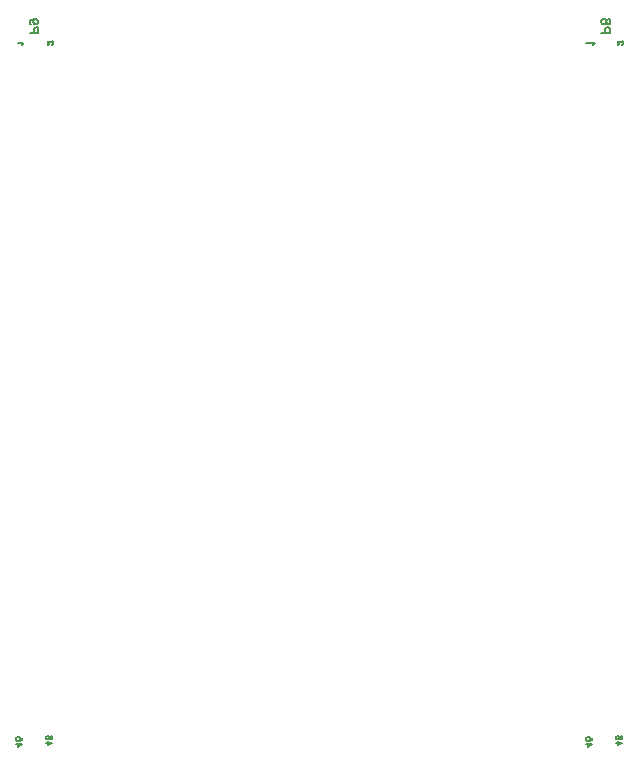
<source format=gbo>
G04 Layer: BottomSilkLayer*
G04 EasyEDA v6.4.19.4, 2021-04-14T13:58:42--4:00*
G04 fa96b751c2d54882ab86a56ef34f2425,10*
G04 Gerber Generator version 0.2*
G04 Scale: 100 percent, Rotated: No, Reflected: No *
G04 Dimensions in millimeters *
G04 leading zeros omitted , absolute positions ,4 integer and 5 decimal *
%FSLAX45Y45*%
%MOMM*%

%ADD33C,0.1524*%

%LPD*%
D33*
X20666364Y1689100D02*
G01*
X20593626Y1689100D01*
X20666364Y1689100D02*
G01*
X20666364Y1720273D01*
X20662900Y1730664D01*
X20659435Y1734126D01*
X20652508Y1737591D01*
X20642117Y1737591D01*
X20635191Y1734126D01*
X20631726Y1730664D01*
X20628264Y1720273D01*
X20628264Y1689100D01*
X20666364Y1777768D02*
G01*
X20662900Y1767377D01*
X20655973Y1763915D01*
X20649044Y1763915D01*
X20642117Y1767377D01*
X20638655Y1774304D01*
X20635191Y1788160D01*
X20631726Y1798551D01*
X20624800Y1805477D01*
X20617873Y1808942D01*
X20607482Y1808942D01*
X20600555Y1805477D01*
X20597091Y1802015D01*
X20593626Y1791624D01*
X20593626Y1777768D01*
X20597091Y1767377D01*
X20600555Y1763915D01*
X20607482Y1760451D01*
X20617873Y1760451D01*
X20624800Y1763915D01*
X20631726Y1770842D01*
X20635191Y1781233D01*
X20638655Y1795086D01*
X20642117Y1802015D01*
X20649044Y1805477D01*
X20655973Y1805477D01*
X20662900Y1802015D01*
X20666364Y1791624D01*
X20666364Y1777768D01*
X15827664Y1689100D02*
G01*
X15754926Y1689100D01*
X15827664Y1689100D02*
G01*
X15827664Y1720273D01*
X15824200Y1730664D01*
X15820735Y1734126D01*
X15813808Y1737591D01*
X15803417Y1737591D01*
X15796491Y1734126D01*
X15793026Y1730664D01*
X15789564Y1720273D01*
X15789564Y1689100D01*
X15803417Y1805477D02*
G01*
X15793026Y1802015D01*
X15786100Y1795086D01*
X15782635Y1784695D01*
X15782635Y1781233D01*
X15786100Y1770842D01*
X15793026Y1763915D01*
X15803417Y1760451D01*
X15806882Y1760451D01*
X15817273Y1763915D01*
X15824200Y1770842D01*
X15827664Y1781233D01*
X15827664Y1784695D01*
X15824200Y1795086D01*
X15817273Y1802015D01*
X15803417Y1805477D01*
X15786100Y1805477D01*
X15768782Y1802015D01*
X15758391Y1795086D01*
X15754926Y1784695D01*
X15754926Y1777768D01*
X15758391Y1767377D01*
X15765317Y1763915D01*
X20525508Y1587500D02*
G01*
X20528973Y1594426D01*
X20539364Y1604817D01*
X20466626Y1604817D01*
X15690273Y1587500D02*
G01*
X15692582Y1592117D01*
X15699508Y1599044D01*
X15651017Y1599044D01*
X15941964Y1589808D02*
G01*
X15944273Y1589808D01*
X15948891Y1592117D01*
X15951200Y1594426D01*
X15953508Y1599044D01*
X15953508Y1608282D01*
X15951200Y1612900D01*
X15948891Y1615208D01*
X15944273Y1617517D01*
X15939655Y1617517D01*
X15935035Y1615208D01*
X15928108Y1610591D01*
X15905017Y1587500D01*
X15905017Y1619826D01*
X20767964Y1589808D02*
G01*
X20770273Y1589808D01*
X20774891Y1592117D01*
X20777200Y1594426D01*
X20779508Y1599044D01*
X20779508Y1608282D01*
X20777200Y1612900D01*
X20774891Y1615208D01*
X20770273Y1617517D01*
X20765655Y1617517D01*
X20761035Y1615208D01*
X20754108Y1610591D01*
X20731017Y1587500D01*
X20731017Y1619826D01*
X15686808Y-4333008D02*
G01*
X15654482Y-4356100D01*
X15654482Y-4321464D01*
X15686808Y-4333008D02*
G01*
X15638317Y-4333008D01*
X15686808Y-4278515D02*
G01*
X15686808Y-4301604D01*
X15666026Y-4303915D01*
X15668335Y-4301604D01*
X15670644Y-4294677D01*
X15670644Y-4287751D01*
X15668335Y-4280824D01*
X15663717Y-4276204D01*
X15656791Y-4273895D01*
X15652173Y-4273895D01*
X15645244Y-4276204D01*
X15640626Y-4280824D01*
X15638317Y-4287751D01*
X15638317Y-4294677D01*
X15640626Y-4301604D01*
X15642935Y-4303915D01*
X15647555Y-4306224D01*
X15940808Y-4320308D02*
G01*
X15908482Y-4343400D01*
X15908482Y-4308764D01*
X15940808Y-4320308D02*
G01*
X15892317Y-4320308D01*
X15933882Y-4265815D02*
G01*
X15938500Y-4268124D01*
X15940808Y-4275051D01*
X15940808Y-4279668D01*
X15938500Y-4286595D01*
X15931573Y-4291215D01*
X15920026Y-4293524D01*
X15908482Y-4293524D01*
X15899244Y-4291215D01*
X15894626Y-4286595D01*
X15892317Y-4279668D01*
X15892317Y-4277360D01*
X15894626Y-4270433D01*
X15899244Y-4265815D01*
X15906173Y-4263504D01*
X15908482Y-4263504D01*
X15915408Y-4265815D01*
X15920026Y-4270433D01*
X15922335Y-4277360D01*
X15922335Y-4279668D01*
X15920026Y-4286595D01*
X15915408Y-4291215D01*
X15908482Y-4293524D01*
X20512808Y-4333008D02*
G01*
X20480482Y-4356100D01*
X20480482Y-4321464D01*
X20512808Y-4333008D02*
G01*
X20464317Y-4333008D01*
X20512808Y-4278515D02*
G01*
X20512808Y-4301604D01*
X20492026Y-4303915D01*
X20494335Y-4301604D01*
X20496644Y-4294677D01*
X20496644Y-4287751D01*
X20494335Y-4280824D01*
X20489717Y-4276204D01*
X20482791Y-4273895D01*
X20478173Y-4273895D01*
X20471244Y-4276204D01*
X20466626Y-4280824D01*
X20464317Y-4287751D01*
X20464317Y-4294677D01*
X20466626Y-4301604D01*
X20468935Y-4303915D01*
X20473555Y-4306224D01*
X20766808Y-4320308D02*
G01*
X20734482Y-4343400D01*
X20734482Y-4308764D01*
X20766808Y-4320308D02*
G01*
X20718317Y-4320308D01*
X20759882Y-4265815D02*
G01*
X20764500Y-4268124D01*
X20766808Y-4275051D01*
X20766808Y-4279668D01*
X20764500Y-4286595D01*
X20757573Y-4291215D01*
X20746026Y-4293524D01*
X20734482Y-4293524D01*
X20725244Y-4291215D01*
X20720626Y-4286595D01*
X20718317Y-4279668D01*
X20718317Y-4277360D01*
X20720626Y-4270433D01*
X20725244Y-4265815D01*
X20732173Y-4263504D01*
X20734482Y-4263504D01*
X20741408Y-4265815D01*
X20746026Y-4270433D01*
X20748335Y-4277360D01*
X20748335Y-4279668D01*
X20746026Y-4286595D01*
X20741408Y-4291215D01*
X20734482Y-4293524D01*
M02*

</source>
